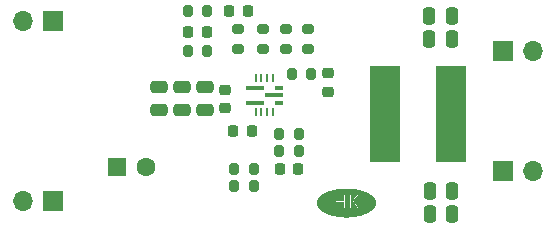
<source format=gts>
G04 #@! TF.GenerationSoftware,KiCad,Pcbnew,8.0.5*
G04 #@! TF.CreationDate,2024-10-12T18:01:46+02:00*
G04 #@! TF.ProjectId,DCDC_converter,44434443-5f63-46f6-9e76-65727465722e,rev?*
G04 #@! TF.SameCoordinates,Original*
G04 #@! TF.FileFunction,Soldermask,Top*
G04 #@! TF.FilePolarity,Negative*
%FSLAX46Y46*%
G04 Gerber Fmt 4.6, Leading zero omitted, Abs format (unit mm)*
G04 Created by KiCad (PCBNEW 8.0.5) date 2024-10-12 18:01:46*
%MOMM*%
%LPD*%
G01*
G04 APERTURE LIST*
G04 Aperture macros list*
%AMRoundRect*
0 Rectangle with rounded corners*
0 $1 Rounding radius*
0 $2 $3 $4 $5 $6 $7 $8 $9 X,Y pos of 4 corners*
0 Add a 4 corners polygon primitive as box body*
4,1,4,$2,$3,$4,$5,$6,$7,$8,$9,$2,$3,0*
0 Add four circle primitives for the rounded corners*
1,1,$1+$1,$2,$3*
1,1,$1+$1,$4,$5*
1,1,$1+$1,$6,$7*
1,1,$1+$1,$8,$9*
0 Add four rect primitives between the rounded corners*
20,1,$1+$1,$2,$3,$4,$5,0*
20,1,$1+$1,$4,$5,$6,$7,0*
20,1,$1+$1,$6,$7,$8,$9,0*
20,1,$1+$1,$8,$9,$2,$3,0*%
G04 Aperture macros list end*
%ADD10C,0.049999*%
%ADD11RoundRect,0.250000X0.250000X0.475000X-0.250000X0.475000X-0.250000X-0.475000X0.250000X-0.475000X0*%
%ADD12RoundRect,0.200000X-0.200000X-0.275000X0.200000X-0.275000X0.200000X0.275000X-0.200000X0.275000X0*%
%ADD13RoundRect,0.250000X-0.475000X0.250000X-0.475000X-0.250000X0.475000X-0.250000X0.475000X0.250000X0*%
%ADD14RoundRect,0.200000X-0.275000X0.200000X-0.275000X-0.200000X0.275000X-0.200000X0.275000X0.200000X0*%
%ADD15RoundRect,0.200000X0.275000X-0.200000X0.275000X0.200000X-0.275000X0.200000X-0.275000X-0.200000X0*%
%ADD16RoundRect,0.225000X0.225000X0.250000X-0.225000X0.250000X-0.225000X-0.250000X0.225000X-0.250000X0*%
%ADD17R,1.700000X1.700000*%
%ADD18O,1.700000X1.700000*%
%ADD19R,2.600000X8.200000*%
%ADD20RoundRect,0.200000X0.200000X0.275000X-0.200000X0.275000X-0.200000X-0.275000X0.200000X-0.275000X0*%
%ADD21R,1.600000X1.600000*%
%ADD22C,1.600000*%
%ADD23RoundRect,0.218750X-0.218750X-0.256250X0.218750X-0.256250X0.218750X0.256250X-0.218750X0.256250X0*%
%ADD24RoundRect,0.225000X0.250000X-0.225000X0.250000X0.225000X-0.250000X0.225000X-0.250000X-0.225000X0*%
%ADD25RoundRect,0.225000X-0.250000X0.225000X-0.250000X-0.225000X0.250000X-0.225000X0.250000X0.225000X0*%
%ADD26R,1.500000X0.300000*%
%ADD27R,0.250000X0.700000*%
%ADD28R,0.700000X0.300000*%
G04 APERTURE END LIST*
D10*
X80713422Y-66309318D02*
X80713142Y-66309315D01*
X80713698Y-66309315D01*
X80713422Y-66309318D01*
G36*
X80713422Y-66309318D02*
G01*
X80713142Y-66309315D01*
X80713698Y-66309315D01*
X80713422Y-66309318D01*
G37*
X80835892Y-66310750D02*
X80957811Y-66315070D01*
X81078695Y-66322233D01*
X81198341Y-66332201D01*
X81316548Y-66344931D01*
X81433110Y-66360385D01*
X81547827Y-66378523D01*
X81660493Y-66399303D01*
X81770908Y-66422686D01*
X81878866Y-66448632D01*
X81984167Y-66477100D01*
X82086606Y-66508050D01*
X82185980Y-66541442D01*
X82282087Y-66577236D01*
X82374723Y-66615392D01*
X82463687Y-66655869D01*
X82548347Y-66698404D01*
X82628155Y-66742698D01*
X82703027Y-66788653D01*
X82772877Y-66836174D01*
X82837623Y-66885162D01*
X82897180Y-66935522D01*
X82951464Y-66987157D01*
X83000391Y-67039969D01*
X83043877Y-67093863D01*
X83063553Y-67121186D01*
X83081837Y-67148742D01*
X83098719Y-67176521D01*
X83114188Y-67204509D01*
X83128234Y-67232695D01*
X83140846Y-67261067D01*
X83152014Y-67289613D01*
X83161726Y-67318320D01*
X83169974Y-67347176D01*
X83176745Y-67376170D01*
X83182030Y-67405290D01*
X83185818Y-67434522D01*
X83188098Y-67463856D01*
X83188861Y-67493278D01*
X83188095Y-67522671D01*
X83185813Y-67551977D01*
X83182024Y-67581183D01*
X83176738Y-67610277D01*
X83169966Y-67639248D01*
X83161719Y-67668082D01*
X83140841Y-67725294D01*
X83114187Y-67781817D01*
X83081841Y-67837553D01*
X83043889Y-67892405D01*
X83000413Y-67946276D01*
X82951497Y-67999070D01*
X82897226Y-68050689D01*
X82837684Y-68101036D01*
X82772955Y-68150014D01*
X82703123Y-68197526D01*
X82628271Y-68243475D01*
X82548484Y-68287763D01*
X82463847Y-68330295D01*
X82374908Y-68370769D01*
X82282295Y-68408923D01*
X82186213Y-68444715D01*
X82086862Y-68478107D01*
X81984447Y-68509059D01*
X81879170Y-68537528D01*
X81771234Y-68563477D01*
X81660840Y-68586864D01*
X81548193Y-68607649D01*
X81433495Y-68625793D01*
X81316948Y-68641254D01*
X81198756Y-68653993D01*
X81079121Y-68663969D01*
X80958245Y-68671143D01*
X80836332Y-68675474D01*
X80713584Y-68676921D01*
X80586233Y-68675378D01*
X80460554Y-68670804D01*
X80336703Y-68663273D01*
X80214834Y-68652861D01*
X80095104Y-68639641D01*
X79977668Y-68623689D01*
X79862682Y-68605077D01*
X79750300Y-68583881D01*
X79640679Y-68560176D01*
X79533974Y-68534035D01*
X79430340Y-68505532D01*
X79329932Y-68474743D01*
X79232908Y-68441742D01*
X79139421Y-68406602D01*
X79049627Y-68369399D01*
X78963682Y-68330207D01*
X78881741Y-68289099D01*
X78803960Y-68246151D01*
X78730494Y-68201437D01*
X78724263Y-68197246D01*
X78661498Y-68155031D01*
X78597129Y-68107008D01*
X78581191Y-68093750D01*
X78873981Y-68093750D01*
X78873981Y-68197246D01*
X79600154Y-68197246D01*
X79600154Y-68093750D01*
X81798293Y-68093750D01*
X81798293Y-68197246D01*
X82524787Y-68197246D01*
X82524787Y-68093750D01*
X81798293Y-68093750D01*
X79600154Y-68093750D01*
X78873981Y-68093750D01*
X78581191Y-68093750D01*
X78537542Y-68057442D01*
X78482891Y-68006407D01*
X78433333Y-67953978D01*
X78428369Y-67947956D01*
X78389024Y-67900229D01*
X78350117Y-67845235D01*
X78316770Y-67789069D01*
X78289137Y-67731807D01*
X78267375Y-67673523D01*
X78251637Y-67614290D01*
X78242081Y-67554184D01*
X78238861Y-67493278D01*
X78239609Y-67463882D01*
X78241875Y-67434574D01*
X78245649Y-67405364D01*
X78250919Y-67376267D01*
X78257675Y-67347293D01*
X78265908Y-67318455D01*
X78286757Y-67261235D01*
X78313384Y-67204704D01*
X78345703Y-67148959D01*
X78383631Y-67094098D01*
X78427085Y-67040217D01*
X78475979Y-66987413D01*
X78530229Y-66935784D01*
X78589753Y-66885426D01*
X78654466Y-66836437D01*
X78718057Y-66793152D01*
X79754264Y-66793152D01*
X79754264Y-67947956D01*
X79900336Y-67947956D01*
X79900336Y-67409645D01*
X80493629Y-67409645D01*
X80493629Y-67947956D01*
X80639377Y-67947956D01*
X80639377Y-67947952D01*
X80955646Y-67947952D01*
X81101394Y-67947952D01*
X81101394Y-67500000D01*
X81219794Y-67396503D01*
X81629695Y-67947952D01*
X81801822Y-67947952D01*
X81325000Y-67296211D01*
X81783805Y-66793148D01*
X81613604Y-66793148D01*
X81300872Y-67142731D01*
X81200168Y-67252636D01*
X81175161Y-67280122D01*
X81150378Y-67307591D01*
X81101398Y-67362541D01*
X81101398Y-66793152D01*
X80955649Y-66793152D01*
X80955646Y-67947952D01*
X80639377Y-67947952D01*
X80639377Y-66793152D01*
X80493629Y-66793152D01*
X80493629Y-67281795D01*
X79900336Y-67281795D01*
X79900336Y-66793152D01*
X79754264Y-66793152D01*
X78718057Y-66793152D01*
X78724283Y-66788914D01*
X78799121Y-66742953D01*
X78878896Y-66698653D01*
X78963523Y-66656109D01*
X79052454Y-66615623D01*
X79145059Y-66577457D01*
X79241136Y-66541653D01*
X79340481Y-66508249D01*
X79442891Y-66477286D01*
X79548165Y-66448805D01*
X79656098Y-66422845D01*
X79766487Y-66399447D01*
X79879131Y-66378652D01*
X79993826Y-66360498D01*
X80110368Y-66345027D01*
X80228556Y-66332278D01*
X80348186Y-66322293D01*
X80469055Y-66315110D01*
X80590960Y-66310771D01*
X80713422Y-66309318D01*
X80835892Y-66310750D01*
G36*
X80835892Y-66310750D02*
G01*
X80957811Y-66315070D01*
X81078695Y-66322233D01*
X81198341Y-66332201D01*
X81316548Y-66344931D01*
X81433110Y-66360385D01*
X81547827Y-66378523D01*
X81660493Y-66399303D01*
X81770908Y-66422686D01*
X81878866Y-66448632D01*
X81984167Y-66477100D01*
X82086606Y-66508050D01*
X82185980Y-66541442D01*
X82282087Y-66577236D01*
X82374723Y-66615392D01*
X82463687Y-66655869D01*
X82548347Y-66698404D01*
X82628155Y-66742698D01*
X82703027Y-66788653D01*
X82772877Y-66836174D01*
X82837623Y-66885162D01*
X82897180Y-66935522D01*
X82951464Y-66987157D01*
X83000391Y-67039969D01*
X83043877Y-67093863D01*
X83063553Y-67121186D01*
X83081837Y-67148742D01*
X83098719Y-67176521D01*
X83114188Y-67204509D01*
X83128234Y-67232695D01*
X83140846Y-67261067D01*
X83152014Y-67289613D01*
X83161726Y-67318320D01*
X83169974Y-67347176D01*
X83176745Y-67376170D01*
X83182030Y-67405290D01*
X83185818Y-67434522D01*
X83188098Y-67463856D01*
X83188861Y-67493278D01*
X83188095Y-67522671D01*
X83185813Y-67551977D01*
X83182024Y-67581183D01*
X83176738Y-67610277D01*
X83169966Y-67639248D01*
X83161719Y-67668082D01*
X83140841Y-67725294D01*
X83114187Y-67781817D01*
X83081841Y-67837553D01*
X83043889Y-67892405D01*
X83000413Y-67946276D01*
X82951497Y-67999070D01*
X82897226Y-68050689D01*
X82837684Y-68101036D01*
X82772955Y-68150014D01*
X82703123Y-68197526D01*
X82628271Y-68243475D01*
X82548484Y-68287763D01*
X82463847Y-68330295D01*
X82374908Y-68370769D01*
X82282295Y-68408923D01*
X82186213Y-68444715D01*
X82086862Y-68478107D01*
X81984447Y-68509059D01*
X81879170Y-68537528D01*
X81771234Y-68563477D01*
X81660840Y-68586864D01*
X81548193Y-68607649D01*
X81433495Y-68625793D01*
X81316948Y-68641254D01*
X81198756Y-68653993D01*
X81079121Y-68663969D01*
X80958245Y-68671143D01*
X80836332Y-68675474D01*
X80713584Y-68676921D01*
X80586233Y-68675378D01*
X80460554Y-68670804D01*
X80336703Y-68663273D01*
X80214834Y-68652861D01*
X80095104Y-68639641D01*
X79977668Y-68623689D01*
X79862682Y-68605077D01*
X79750300Y-68583881D01*
X79640679Y-68560176D01*
X79533974Y-68534035D01*
X79430340Y-68505532D01*
X79329932Y-68474743D01*
X79232908Y-68441742D01*
X79139421Y-68406602D01*
X79049627Y-68369399D01*
X78963682Y-68330207D01*
X78881741Y-68289099D01*
X78803960Y-68246151D01*
X78730494Y-68201437D01*
X78724263Y-68197246D01*
X78661498Y-68155031D01*
X78597129Y-68107008D01*
X78581191Y-68093750D01*
X78873981Y-68093750D01*
X78873981Y-68197246D01*
X79600154Y-68197246D01*
X79600154Y-68093750D01*
X81798293Y-68093750D01*
X81798293Y-68197246D01*
X82524787Y-68197246D01*
X82524787Y-68093750D01*
X81798293Y-68093750D01*
X79600154Y-68093750D01*
X78873981Y-68093750D01*
X78581191Y-68093750D01*
X78537542Y-68057442D01*
X78482891Y-68006407D01*
X78433333Y-67953978D01*
X78428369Y-67947956D01*
X78389024Y-67900229D01*
X78350117Y-67845235D01*
X78316770Y-67789069D01*
X78289137Y-67731807D01*
X78267375Y-67673523D01*
X78251637Y-67614290D01*
X78242081Y-67554184D01*
X78238861Y-67493278D01*
X78239609Y-67463882D01*
X78241875Y-67434574D01*
X78245649Y-67405364D01*
X78250919Y-67376267D01*
X78257675Y-67347293D01*
X78265908Y-67318455D01*
X78286757Y-67261235D01*
X78313384Y-67204704D01*
X78345703Y-67148959D01*
X78383631Y-67094098D01*
X78427085Y-67040217D01*
X78475979Y-66987413D01*
X78530229Y-66935784D01*
X78589753Y-66885426D01*
X78654466Y-66836437D01*
X78718057Y-66793152D01*
X79754264Y-66793152D01*
X79754264Y-67947956D01*
X79900336Y-67947956D01*
X79900336Y-67409645D01*
X80493629Y-67409645D01*
X80493629Y-67947956D01*
X80639377Y-67947956D01*
X80639377Y-67947952D01*
X80955646Y-67947952D01*
X81101394Y-67947952D01*
X81101394Y-67500000D01*
X81219794Y-67396503D01*
X81629695Y-67947952D01*
X81801822Y-67947952D01*
X81325000Y-67296211D01*
X81783805Y-66793148D01*
X81613604Y-66793148D01*
X81300872Y-67142731D01*
X81200168Y-67252636D01*
X81175161Y-67280122D01*
X81150378Y-67307591D01*
X81101398Y-67362541D01*
X81101398Y-66793152D01*
X80955649Y-66793152D01*
X80955646Y-67947952D01*
X80639377Y-67947952D01*
X80639377Y-66793152D01*
X80493629Y-66793152D01*
X80493629Y-67281795D01*
X79900336Y-67281795D01*
X79900336Y-66793152D01*
X79754264Y-66793152D01*
X78718057Y-66793152D01*
X78724283Y-66788914D01*
X78799121Y-66742953D01*
X78878896Y-66698653D01*
X78963523Y-66656109D01*
X79052454Y-66615623D01*
X79145059Y-66577457D01*
X79241136Y-66541653D01*
X79340481Y-66508249D01*
X79442891Y-66477286D01*
X79548165Y-66448805D01*
X79656098Y-66422845D01*
X79766487Y-66399447D01*
X79879131Y-66378652D01*
X79993826Y-66360498D01*
X80110368Y-66345027D01*
X80228556Y-66332278D01*
X80348186Y-66322293D01*
X80469055Y-66315110D01*
X80590960Y-66310771D01*
X80713422Y-66309318D01*
X80835892Y-66310750D01*
G37*
D11*
X89654998Y-53640000D03*
X87755000Y-53640000D03*
D12*
X67312500Y-51275000D03*
X68962500Y-51275000D03*
D13*
X68772500Y-57735000D03*
X68772500Y-59634998D03*
D11*
X89704998Y-68460000D03*
X87805000Y-68460000D03*
D14*
X77537500Y-52820000D03*
X77537500Y-54470000D03*
D15*
X73732500Y-54475000D03*
X73732500Y-52825000D03*
D16*
X68922500Y-53050000D03*
X67372500Y-53050000D03*
D12*
X71242500Y-64655000D03*
X72892500Y-64655000D03*
X67327500Y-54660000D03*
X68977500Y-54660000D03*
D17*
X94037500Y-64830000D03*
D18*
X96577500Y-64830000D03*
D17*
X94037500Y-54670000D03*
D18*
X96577500Y-54670000D03*
D19*
X84037500Y-60000000D03*
X89637500Y-60000000D03*
D20*
X76722500Y-63125000D03*
X75072500Y-63125000D03*
D21*
X61317500Y-64440000D03*
D22*
X63817500Y-64440000D03*
D23*
X70850000Y-51275000D03*
X72425000Y-51275000D03*
D24*
X79182500Y-58095000D03*
X79182500Y-56545000D03*
D17*
X55937500Y-67370000D03*
D18*
X53397500Y-67370000D03*
D12*
X71242500Y-66115000D03*
X72892500Y-66115000D03*
X75072500Y-61665000D03*
X76722500Y-61665000D03*
D15*
X71605000Y-54475000D03*
X71605000Y-52825000D03*
D16*
X76672500Y-64655000D03*
X75122500Y-64655000D03*
D13*
X66812500Y-57735002D03*
X66812500Y-59635000D03*
D18*
X53397500Y-52130000D03*
D17*
X55937500Y-52130000D03*
D11*
X89704998Y-66500000D03*
X87805000Y-66500000D03*
X89654999Y-51680000D03*
X87755001Y-51680000D03*
D25*
X70482500Y-57925000D03*
X70482500Y-59475000D03*
D13*
X64852500Y-57735002D03*
X64852500Y-59635000D03*
D12*
X76142500Y-56565000D03*
X77792500Y-56565000D03*
D26*
X73012500Y-57755000D03*
X73012500Y-59055000D03*
D27*
X73062500Y-59855000D03*
X73562500Y-59855000D03*
X74062500Y-59855000D03*
X74562500Y-59855000D03*
D28*
X75012500Y-59055000D03*
D26*
X74612500Y-58405000D03*
D28*
X75012500Y-57755000D03*
D27*
X74562500Y-56955000D03*
X74062500Y-56955000D03*
X73562500Y-56955000D03*
X73062500Y-56955000D03*
D16*
X72742500Y-61395000D03*
X71192500Y-61395000D03*
D15*
X75637500Y-54470000D03*
X75637500Y-52820000D03*
M02*

</source>
